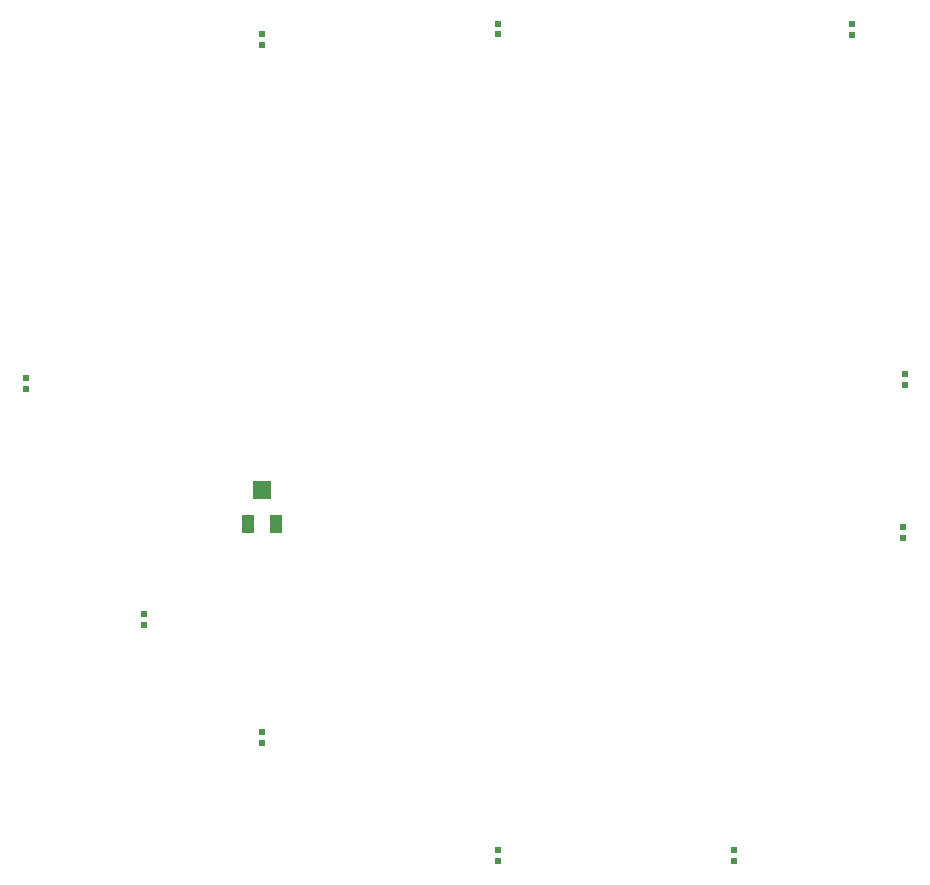
<source format=gtp>
G04*
G04 #@! TF.GenerationSoftware,Altium Limited,Altium Designer,23.11.1 (41)*
G04*
G04 Layer_Color=8421504*
%FSLAX44Y44*%
%MOMM*%
G71*
G04*
G04 #@! TF.SameCoordinates,6762E12D-089E-49D2-B3B2-2041342F93EC*
G04*
G04*
G04 #@! TF.FilePolarity,Positive*
G04*
G01*
G75*
%ADD14R,0.6000X0.5000*%
%ADD15R,1.6000X1.6000*%
%ADD16R,1.1000X1.6000*%
D14*
X814070Y450414D02*
D03*
Y459414D02*
D03*
X469746Y756046D02*
D03*
Y747046D02*
D03*
X269746D02*
D03*
Y738046D02*
D03*
X69746Y456046D02*
D03*
Y447046D02*
D03*
X169746Y256046D02*
D03*
Y247046D02*
D03*
X269746Y156046D02*
D03*
Y147046D02*
D03*
X469746Y56046D02*
D03*
Y47046D02*
D03*
X812800Y329620D02*
D03*
Y320620D02*
D03*
X669746Y56046D02*
D03*
Y47046D02*
D03*
X769746Y755546D02*
D03*
Y746546D02*
D03*
D15*
X269746Y361546D02*
D03*
D16*
X281246Y332546D02*
D03*
X258246D02*
D03*
M02*

</source>
